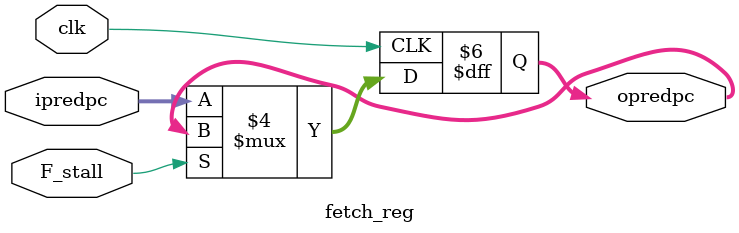
<source format=v>
module fetch_reg (clk,F_stall,ipredpc,opredpc);
input clk;
input [63:0] ipredpc;
input  F_stall;
output reg [63:0] opredpc;



always@(posedge clk)
   begin
    if(F_stall==1'b0)
       opredpc=ipredpc;
    end
endmodule


</source>
